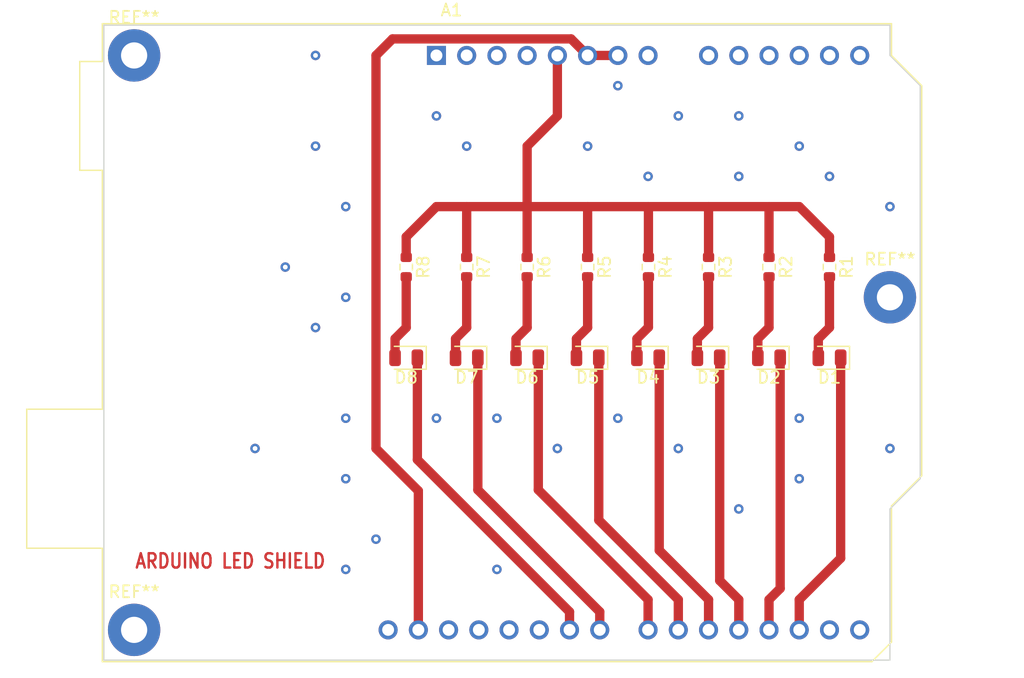
<source format=kicad_pcb>
(kicad_pcb (version 20221018) (generator pcbnew)
  (layers (0 "F.Cu" signal) (31 "B.Cu" signal) (34 "B.Paste" user) (35 "F.Paste" user) (36 "B.SilkS" user "B.Silkscreen") (37 "F.SilkS" user "F.Silkscreen") (38 "B.Mask" user) (39 "F.Mask" user) (44 "Edge.Cuts" user))
  (net 0 "")
  (net 5 "Net-(A1-+5V)")
  (net 6 "GND")
  (net 16 "Net-(A1-D2)")
  (net 17 "Net-(A1-D3)")
  (net 18 "Net-(A1-D4)")
  (net 19 "Net-(A1-D5)")
  (net 20 "Net-(A1-D6)")
  (net 21 "Net-(A1-D7)")
  (net 22 "Net-(A1-D8)")
  (net 23 "Net-(A1-D9)")
  (net 29 "Net-(D1-A)")
  (net 30 "Net-(D2-A)")
  (net 31 "Net-(D3-A)")
  (net 32 "Net-(D4-A)")
  (net 33 "Net-(D5-A)")
  (net 34 "Net-(D6-A)")
  (net 35 "Net-(D7-A)")
  (net 36 "Net-(D8-A)")
  (footprint "Resistor_SMD:R_0603_1608Metric" (layer "F.Cu") (at 152.43 78.74 -90)
    (fp_text reference "R4" (at 0 -1.43 90) (layer "F.SilkS"))
    (fp_text value "247")
    (fp_line (start -0.237258 -0.5225) (end 0.237258 -0.5225) (stroke (width 0.12)) (layer "F.SilkS"))
    (fp_line (start -0.237258 0.5225) (end 0.237258 0.5225) (stroke (width 0.12)) (layer "F.SilkS"))
    (pad "1" smd roundrect (at -0.825 0 270) (size 0.8 0.95) (layers "F.Cu" "F.Paste" "F.Mask") (net 5 "Net-(A1-+5V)"))
    (pad "2" smd roundrect (at 0.825 0 270) (size 0.8 0.95) (layers "F.Cu" "F.Paste" "F.Mask") (net 32 "Net-(D4-A)"))
  )
  (footprint "LED_SMD:LED_0805_2012Metric" (layer "F.Cu") (at 157.48 86.36 180)
    (fp_text reference "D3" (at 0 -1.65) (layer "F.SilkS"))
    (fp_text value "LED")
    (fp_line (start -1.685 -0.96) (end -1.685 0.96) (stroke (width 0.12)) (layer "F.SilkS"))
    (fp_line (start -1.685 0.96) (end 1 0.96) (stroke (width 0.12)) (layer "F.SilkS"))
    (fp_line (start 1 -0.96) (end -1.685 -0.96) (stroke (width 0.12)) (layer "F.SilkS"))
    (pad "1" smd roundrect (at -0.9375 0 180) (size 0.975 1.4) (layers "F.Cu" "F.Paste" "F.Mask") (net 18 "Net-(A1-D4)"))
    (pad "2" smd roundrect (at 0.9375 0 180) (size 0.975 1.4) (layers "F.Cu" "F.Paste" "F.Mask") (net 31 "Net-(D3-A)"))
  )
  (footprint "Resistor_SMD:R_0603_1608Metric" (layer "F.Cu") (at 167.64 78.74 -90)
    (fp_text reference "R1" (at 0 -1.43 90) (layer "F.SilkS"))
    (fp_text value "247")
    (fp_line (start -0.237258 -0.5225) (end 0.237258 -0.5225) (stroke (width 0.12)) (layer "F.SilkS"))
    (fp_line (start -0.237258 0.5225) (end 0.237258 0.5225) (stroke (width 0.12)) (layer "F.SilkS"))
    (pad "1" smd roundrect (at -0.825 0 270) (size 0.8 0.95) (layers "F.Cu" "F.Paste" "F.Mask") (net 5 "Net-(A1-+5V)"))
    (pad "2" smd roundrect (at 0.825 0 270) (size 0.8 0.95) (layers "F.Cu" "F.Paste" "F.Mask") (net 29 "Net-(D1-A)"))
  )
  (footprint "LED_SMD:LED_0805_2012Metric" (layer "F.Cu") (at 132.08 86.36 180)
    (fp_text reference "D8" (at 0 -1.65) (layer "F.SilkS"))
    (fp_text value "LED")
    (fp_line (start -1.685 -0.96) (end -1.685 0.96) (stroke (width 0.12)) (layer "F.SilkS"))
    (fp_line (start -1.685 0.96) (end 1 0.96) (stroke (width 0.12)) (layer "F.SilkS"))
    (fp_line (start 1 -0.96) (end -1.685 -0.96) (stroke (width 0.12)) (layer "F.SilkS"))
    (pad "1" smd roundrect (at -0.9375 0 180) (size 0.975 1.4) (layers "F.Cu" "F.Paste" "F.Mask") (net 23 "Net-(A1-D9)"))
    (pad "2" smd roundrect (at 0.9375 0 180) (size 0.975 1.4) (layers "F.Cu" "F.Paste" "F.Mask") (net 36 "Net-(D8-A)"))
  )
  (footprint "Resistor_SMD:R_0603_1608Metric" (layer "F.Cu") (at 157.48 78.74 -90)
    (fp_text reference "R3" (at 0 -1.43 90) (layer "F.SilkS"))
    (fp_text value "247")
    (fp_line (start -0.237258 -0.5225) (end 0.237258 -0.5225) (stroke (width 0.12)) (layer "F.SilkS"))
    (fp_line (start -0.237258 0.5225) (end 0.237258 0.5225) (stroke (width 0.12)) (layer "F.SilkS"))
    (pad "1" smd roundrect (at -0.825 0 270) (size 0.8 0.95) (layers "F.Cu" "F.Paste" "F.Mask") (net 5 "Net-(A1-+5V)"))
    (pad "2" smd roundrect (at 0.825 0 270) (size 0.8 0.95) (layers "F.Cu" "F.Paste" "F.Mask") (net 31 "Net-(D3-A)"))
  )
  (footprint "Resistor_SMD:R_0603_1608Metric" (layer "F.Cu") (at 137.16 78.74 -90)
    (fp_text reference "R7" (at 0 -1.43 90) (layer "F.SilkS"))
    (fp_text value "247")
    (fp_line (start -0.237258 -0.5225) (end 0.237258 -0.5225) (stroke (width 0.12)) (layer "F.SilkS"))
    (fp_line (start -0.237258 0.5225) (end 0.237258 0.5225) (stroke (width 0.12)) (layer "F.SilkS"))
    (pad "1" smd roundrect (at -0.825 0 270) (size 0.8 0.95) (layers "F.Cu" "F.Paste" "F.Mask") (net 5 "Net-(A1-+5V)"))
    (pad "2" smd roundrect (at 0.825 0 270) (size 0.8 0.95) (layers "F.Cu" "F.Paste" "F.Mask") (net 35 "Net-(D7-A)"))
  )
  (footprint "MountingHole:MountingHole_2.2mm_M2_Pad" (layer "F.Cu") (at 172.72 81.28)
    (fp_text reference "REF**" (at 0 -3.2) (layer "F.SilkS"))
    (fp_text value "MountingHole_2.2mm_M2_Pad")
    (pad "1" thru_hole circle (at 0 0) (size 4.4 4.4) (drill 2.2) (layers "*.Cu" "*.Mask"))
  )
  (footprint "Resistor_SMD:R_0603_1608Metric" (layer "F.Cu") (at 142.24 78.74 -90)
    (fp_text reference "R6" (at 0 -1.43 90) (layer "F.SilkS"))
    (fp_text value "247")
    (fp_line (start -0.237258 -0.5225) (end 0.237258 -0.5225) (stroke (width 0.12)) (layer "F.SilkS"))
    (fp_line (start -0.237258 0.5225) (end 0.237258 0.5225) (stroke (width 0.12)) (layer "F.SilkS"))
    (pad "1" smd roundrect (at -0.825 0 270) (size 0.8 0.95) (layers "F.Cu" "F.Paste" "F.Mask") (net 5 "Net-(A1-+5V)"))
    (pad "2" smd roundrect (at 0.825 0 270) (size 0.8 0.95) (layers "F.Cu" "F.Paste" "F.Mask") (net 34 "Net-(D6-A)"))
  )
  (footprint "MountingHole:MountingHole_2.2mm_M2_Pad" (layer "F.Cu") (at 109.22 109.22)
    (fp_text reference "REF**" (at 0 -3.2) (layer "F.SilkS"))
    (fp_text value "MountingHole_2.2mm_M2_Pad")
    (pad "1" thru_hole circle (at 0 0) (size 4.4 4.4) (drill 2.2) (layers "*.Cu" "*.Mask"))
  )
  (footprint "LED_SMD:LED_0805_2012Metric" (layer "F.Cu") (at 137.16 86.36 180)
    (fp_text reference "D7" (at 0 -1.65) (layer "F.SilkS"))
    (fp_text value "LED")
    (fp_line (start -1.685 -0.96) (end -1.685 0.96) (stroke (width 0.12)) (layer "F.SilkS"))
    (fp_line (start -1.685 0.96) (end 1 0.96) (stroke (width 0.12)) (layer "F.SilkS"))
    (fp_line (start 1 -0.96) (end -1.685 -0.96) (stroke (width 0.12)) (layer "F.SilkS"))
    (pad "1" smd roundrect (at -0.9375 0 180) (size 0.975 1.4) (layers "F.Cu" "F.Paste" "F.Mask") (net 22 "Net-(A1-D8)"))
    (pad "2" smd roundrect (at 0.9375 0 180) (size 0.975 1.4) (layers "F.Cu" "F.Paste" "F.Mask") (net 35 "Net-(D7-A)"))
  )
  (footprint "Resistor_SMD:R_0603_1608Metric" (layer "F.Cu") (at 147.32 78.74 -90)
    (fp_text reference "R5" (at 0 -1.43 90) (layer "F.SilkS"))
    (fp_text value "247")
    (fp_line (start -0.237258 -0.5225) (end 0.237258 -0.5225) (stroke (width 0.12)) (layer "F.SilkS"))
    (fp_line (start -0.237258 0.5225) (end 0.237258 0.5225) (stroke (width 0.12)) (layer "F.SilkS"))
    (pad "1" smd roundrect (at -0.825 0 270) (size 0.8 0.95) (layers "F.Cu" "F.Paste" "F.Mask") (net 5 "Net-(A1-+5V)"))
    (pad "2" smd roundrect (at 0.825 0 270) (size 0.8 0.95) (layers "F.Cu" "F.Paste" "F.Mask") (net 33 "Net-(D5-A)"))
  )
  (footprint "LED_SMD:LED_0805_2012Metric" (layer "F.Cu") (at 147.32 86.36 180)
    (fp_text reference "D5" (at 0 -1.65) (layer "F.SilkS"))
    (fp_text value "LED")
    (fp_line (start -1.685 -0.96) (end -1.685 0.96) (stroke (width 0.12)) (layer "F.SilkS"))
    (fp_line (start -1.685 0.96) (end 1 0.96) (stroke (width 0.12)) (layer "F.SilkS"))
    (fp_line (start 1 -0.96) (end -1.685 -0.96) (stroke (width 0.12)) (layer "F.SilkS"))
    (pad "1" smd roundrect (at -0.9375 0 180) (size 0.975 1.4) (layers "F.Cu" "F.Paste" "F.Mask") (net 20 "Net-(A1-D6)"))
    (pad "2" smd roundrect (at 0.9375 0 180) (size 0.975 1.4) (layers "F.Cu" "F.Paste" "F.Mask") (net 33 "Net-(D5-A)"))
  )
  (footprint "Resistor_SMD:R_0603_1608Metric" (layer "F.Cu") (at 162.56 78.74 -90)
    (fp_text reference "R2" (at 0 -1.43 90) (layer "F.SilkS"))
    (fp_text value "247")
    (fp_line (start -0.237258 -0.5225) (end 0.237258 -0.5225) (stroke (width 0.12)) (layer "F.SilkS"))
    (fp_line (start -0.237258 0.5225) (end 0.237258 0.5225) (stroke (width 0.12)) (layer "F.SilkS"))
    (pad "1" smd roundrect (at -0.825 0 270) (size 0.8 0.95) (layers "F.Cu" "F.Paste" "F.Mask") (net 5 "Net-(A1-+5V)"))
    (pad "2" smd roundrect (at 0.825 0 270) (size 0.8 0.95) (layers "F.Cu" "F.Paste" "F.Mask") (net 30 "Net-(D2-A)"))
  )
  (footprint "LED_SMD:LED_0805_2012Metric" (layer "F.Cu") (at 152.4 86.36 180)
    (fp_text reference "D4" (at 0 -1.65) (layer "F.SilkS"))
    (fp_text value "LED")
    (fp_line (start -1.685 -0.96) (end -1.685 0.96) (stroke (width 0.12)) (layer "F.SilkS"))
    (fp_line (start -1.685 0.96) (end 1 0.96) (stroke (width 0.12)) (layer "F.SilkS"))
    (fp_line (start 1 -0.96) (end -1.685 -0.96) (stroke (width 0.12)) (layer "F.SilkS"))
    (pad "1" smd roundrect (at -0.9375 0 180) (size 0.975 1.4) (layers "F.Cu" "F.Paste" "F.Mask") (net 19 "Net-(A1-D5)"))
    (pad "2" smd roundrect (at 0.9375 0 180) (size 0.975 1.4) (layers "F.Cu" "F.Paste" "F.Mask") (net 32 "Net-(D4-A)"))
  )
  (footprint "LED_SMD:LED_0805_2012Metric" (layer "F.Cu") (at 162.56 86.36 180)
    (fp_text reference "D2" (at 0 -1.65) (layer "F.SilkS"))
    (fp_text value "LED")
    (fp_line (start -1.685 -0.96) (end -1.685 0.96) (stroke (width 0.12)) (layer "F.SilkS"))
    (fp_line (start -1.685 0.96) (end 1 0.96) (stroke (width 0.12)) (layer "F.SilkS"))
    (fp_line (start 1 -0.96) (end -1.685 -0.96) (stroke (width 0.12)) (layer "F.SilkS"))
    (pad "1" smd roundrect (at -0.9375 0 180) (size 0.975 1.4) (layers "F.Cu" "F.Paste" "F.Mask") (net 17 "Net-(A1-D3)"))
    (pad "2" smd roundrect (at 0.9375 0 180) (size 0.975 1.4) (layers "F.Cu" "F.Paste" "F.Mask") (net 30 "Net-(D2-A)"))
  )
  (footprint "LED_SMD:LED_0805_2012Metric" (layer "F.Cu") (at 167.64 86.36 180)
    (fp_text reference "D1" (at 0 -1.65) (layer "F.SilkS"))
    (fp_text value "LED")
    (fp_line (start -1.685 -0.96) (end -1.685 0.96) (stroke (width 0.12)) (layer "F.SilkS"))
    (fp_line (start -1.685 0.96) (end 1 0.96) (stroke (width 0.12)) (layer "F.SilkS"))
    (fp_line (start 1 -0.96) (end -1.685 -0.96) (stroke (width 0.12)) (layer "F.SilkS"))
    (pad "1" smd roundrect (at -0.9375 0 180) (size 0.975 1.4) (layers "F.Cu" "F.Paste" "F.Mask") (net 16 "Net-(A1-D2)"))
    (pad "2" smd roundrect (at 0.9375 0 180) (size 0.975 1.4) (layers "F.Cu" "F.Paste" "F.Mask") (net 29 "Net-(D1-A)"))
  )
  (footprint "LED_SMD:LED_0805_2012Metric" (layer "F.Cu") (at 142.24 86.36 180)
    (fp_text reference "D6" (at 0 -1.65) (layer "F.SilkS"))
    (fp_text value "LED")
    (fp_line (start -1.685 -0.96) (end -1.685 0.96) (stroke (width 0.12)) (layer "F.SilkS"))
    (fp_line (start -1.685 0.96) (end 1 0.96) (stroke (width 0.12)) (layer "F.SilkS"))
    (fp_line (start 1 -0.96) (end -1.685 -0.96) (stroke (width 0.12)) (layer "F.SilkS"))
    (pad "1" smd roundrect (at -0.9375 0 180) (size 0.975 1.4) (layers "F.Cu" "F.Paste" "F.Mask") (net 21 "Net-(A1-D7)"))
    (pad "2" smd roundrect (at 0.9375 0 180) (size 0.975 1.4) (layers "F.Cu" "F.Paste" "F.Mask") (net 34 "Net-(D6-A)"))
  )
  (footprint "Resistor_SMD:R_0603_1608Metric" (layer "F.Cu") (at 132.08 78.74 -90)
    (fp_text reference "R8" (at 0 -1.43 90) (layer "F.SilkS"))
    (fp_text value "247")
    (fp_line (start -0.237258 -0.5225) (end 0.237258 -0.5225) (stroke (width 0.12)) (layer "F.SilkS"))
    (fp_line (start -0.237258 0.5225) (end 0.237258 0.5225) (stroke (width 0.12)) (layer "F.SilkS"))
    (pad "1" smd roundrect (at -0.825 0 270) (size 0.8 0.95) (layers "F.Cu" "F.Paste" "F.Mask") (net 5 "Net-(A1-+5V)"))
    (pad "2" smd roundrect (at 0.825 0 270) (size 0.8 0.95) (layers "F.Cu" "F.Paste" "F.Mask") (net 36 "Net-(D8-A)"))
  )
  (footprint "Module:Arduino_UNO_R2" (layer "F.Cu") (at 134.62 60.96)
    (fp_text reference "A1" (at 1.27 -3.81 180) (layer "F.SilkS"))
    (fp_text value "Arduino_UNO_R2")
    (fp_line (start -34.42 29.72) (end -34.42 41.4) (stroke (width 0.12)) (layer "F.SilkS"))
    (fp_line (start -34.42 41.4) (end -28.07 41.4) (stroke (width 0.12)) (layer "F.SilkS"))
    (fp_line (start -29.97 0.51) (end -29.97 9.65) (stroke (width 0.12)) (layer "F.SilkS"))
    (fp_line (start -29.97 9.65) (end -28.07 9.65) (stroke (width 0.12)) (layer "F.SilkS"))
    (fp_line (start -28.07 -2.67) (end -28.07 0.51) (stroke (width 0.12)) (layer "F.SilkS"))
    (fp_line (start -28.07 0.51) (end -29.97 0.51) (stroke (width 0.12)) (layer "F.SilkS"))
    (fp_line (start -28.07 9.65) (end -28.07 29.72) (stroke (width 0.12)) (layer "F.SilkS"))
    (fp_line (start -28.07 29.72) (end -34.42 29.72) (stroke (width 0.12)) (layer "F.SilkS"))
    (fp_line (start -28.07 41.4) (end -28.07 50.93) (stroke (width 0.12)) (layer "F.SilkS"))
    (fp_line (start -28.07 50.93) (end 36.58 50.93) (stroke (width 0.12)) (layer "F.SilkS"))
    (fp_line (start 36.58 50.93) (end 38.23 49.28) (stroke (width 0.12)) (layer "F.SilkS"))
    (fp_line (start 38.23 -2.67) (end -28.07 -2.67) (stroke (width 0.12)) (layer "F.SilkS"))
    (fp_line (start 38.23 0) (end 38.23 -2.67) (stroke (width 0.12)) (layer "F.SilkS"))
    (fp_line (start 38.23 37.85) (end 40.77 35.31) (stroke (width 0.12)) (layer "F.SilkS"))
    (fp_line (start 38.23 49.28) (end 38.23 37.85) (stroke (width 0.12)) (layer "F.SilkS"))
    (fp_line (start 40.77 2.54) (end 38.23 0) (stroke (width 0.12)) (layer "F.SilkS"))
    (fp_line (start 40.77 35.31) (end 40.77 2.54) (stroke (width 0.12)) (layer "F.SilkS"))
    (pad "1" thru_hole rect (at 0 0 90) (size 1.6 1.6) (drill 1) (layers "*.Cu" "*.Mask"))
    (pad "2" thru_hole oval (at 2.54 0 90) (size 1.6 1.6) (drill 1) (layers "*.Cu" "*.Mask"))
    (pad "3" thru_hole oval (at 5.08 0 90) (size 1.6 1.6) (drill 1) (layers "*.Cu" "*.Mask"))
    (pad "4" thru_hole oval (at 7.62 0 90) (size 1.6 1.6) (drill 1) (layers "*.Cu" "*.Mask"))
    (pad "5" thru_hole oval (at 10.16 0 90) (size 1.6 1.6) (drill 1) (layers "*.Cu" "*.Mask") (net 5 "Net-(A1-+5V)"))
    (pad "6" thru_hole oval (at 12.7 0 90) (size 1.6 1.6) (drill 1) (layers "*.Cu" "*.Mask") (net 6 "GND"))
    (pad "7" thru_hole oval (at 15.24 0 90) (size 1.6 1.6) (drill 1) (layers "*.Cu" "*.Mask") (net 6 "GND"))
    (pad "8" thru_hole oval (at 17.78 0 90) (size 1.6 1.6) (drill 1) (layers "*.Cu" "*.Mask"))
    (pad "9" thru_hole oval (at 22.86 0 90) (size 1.6 1.6) (drill 1) (layers "*.Cu" "*.Mask"))
    (pad "10" thru_hole oval (at 25.4 0 90) (size 1.6 1.6) (drill 1) (layers "*.Cu" "*.Mask"))
    (pad "11" thru_hole oval (at 27.94 0 90) (size 1.6 1.6) (drill 1) (layers "*.Cu" "*.Mask"))
    (pad "12" thru_hole oval (at 30.48 0 90) (size 1.6 1.6) (drill 1) (layers "*.Cu" "*.Mask"))
    (pad "13" thru_hole oval (at 33.02 0 90) (size 1.6 1.6) (drill 1) (layers "*.Cu" "*.Mask"))
    (pad "14" thru_hole oval (at 35.56 0 90) (size 1.6 1.6) (drill 1) (layers "*.Cu" "*.Mask"))
    (pad "15" thru_hole oval (at 35.56 48.26 90) (size 1.6 1.6) (drill 1) (layers "*.Cu" "*.Mask"))
    (pad "16" thru_hole oval (at 33.02 48.26 90) (size 1.6 1.6) (drill 1) (layers "*.Cu" "*.Mask"))
    (pad "17" thru_hole oval (at 30.48 48.26 90) (size 1.6 1.6) (drill 1) (layers "*.Cu" "*.Mask") (net 16 "Net-(A1-D2)"))
    (pad "18" thru_hole oval (at 27.94 48.26 90) (size 1.6 1.6) (drill 1) (layers "*.Cu" "*.Mask") (net 17 "Net-(A1-D3)"))
    (pad "19" thru_hole oval (at 25.4 48.26 90) (size 1.6 1.6) (drill 1) (layers "*.Cu" "*.Mask") (net 18 "Net-(A1-D4)"))
    (pad "20" thru_hole oval (at 22.86 48.26 90) (size 1.6 1.6) (drill 1) (layers "*.Cu" "*.Mask") (net 19 "Net-(A1-D5)"))
    (pad "21" thru_hole oval (at 20.32 48.26 90) (size 1.6 1.6) (drill 1) (layers "*.Cu" "*.Mask") (net 20 "Net-(A1-D6)"))
    (pad "22" thru_hole oval (at 17.78 48.26 90) (size 1.6 1.6) (drill 1) (layers "*.Cu" "*.Mask") (net 21 "Net-(A1-D7)"))
    (pad "23" thru_hole oval (at 13.72 48.26 90) (size 1.6 1.6) (drill 1) (layers "*.Cu" "*.Mask") (net 22 "Net-(A1-D8)"))
    (pad "24" thru_hole oval (at 11.18 48.26 90) (size 1.6 1.6) (drill 1) (layers "*.Cu" "*.Mask") (net 23 "Net-(A1-D9)"))
    (pad "25" thru_hole oval (at 8.64 48.26 90) (size 1.6 1.6) (drill 1) (layers "*.Cu" "*.Mask"))
    (pad "26" thru_hole oval (at 6.1 48.26 90) (size 1.6 1.6) (drill 1) (layers "*.Cu" "*.Mask"))
    (pad "27" thru_hole oval (at 3.56 48.26 90) (size 1.6 1.6) (drill 1) (layers "*.Cu" "*.Mask"))
    (pad "28" thru_hole oval (at 1.02 48.26 90) (size 1.6 1.6) (drill 1) (layers "*.Cu" "*.Mask"))
    (pad "29" thru_hole oval (at -1.52 48.26 90) (size 1.6 1.6) (drill 1) (layers "*.Cu" "*.Mask") (net 6 "GND"))
    (pad "30" thru_hole oval (at -4.06 48.26 90) (size 1.6 1.6) (drill 1) (layers "*.Cu" "*.Mask"))
  )
  (footprint "MountingHole:MountingHole_2.2mm_M2_Pad" (layer "F.Cu") (at 109.22 60.96)
    (fp_text reference "REF**" (at 0 -3.2) (layer "F.SilkS"))
    (fp_text value "MountingHole_2.2mm_M2_Pad")
    (pad "1" thru_hole circle (at 0 0) (size 4.4 4.4) (drill 2.2) (layers "*.Cu" "*.Mask"))
  )
  (gr_line (start 172.72 111.76) (end 106.68 111.76) (stroke (width 0.1)) (layer "Edge.Cuts"))
  (gr_line (start 172.72 99.06) (end 172.72 111.76) (stroke (width 0.1)) (layer "Edge.Cuts"))
  (gr_line (start 106.68 111.76) (end 106.68 58.42) (stroke (width 0.1)) (layer "Edge.Cuts"))
  (gr_line (start 175.26 63.5) (end 175.26 96.52) (stroke (width 0.1)) (layer "Edge.Cuts"))
  (gr_line (start 175.26 96.52) (end 172.72 99.06) (stroke (width 0.1)) (layer "Edge.Cuts"))
  (gr_line (start 172.72 60.96) (end 175.26 63.5) (stroke (width 0.1)) (layer "Edge.Cuts"))
  (gr_line (start 172.72 58.42) (end 172.72 60.96) (stroke (width 0.1)) (layer "Edge.Cuts"))
  (gr_line (start 106.68 58.42) (end 172.72 58.42) (stroke (width 0.1)) (layer "Edge.Cuts"))
  (gr_text "ARDUINO LED SHIELD" (at 109.22 104.14) (layer "F.Cu") (effects (font (size 1.2 1) (thickness 0.2) bold) (justify left bottom)))
  (via (at 121.92 78.74) (size 0.8) (drill 0.4) (layers "F.Cu" "B.Cu") (net 0))
  (via (at 172.72 73.66) (size 0.8) (drill 0.4) (layers "F.Cu" "B.Cu") (net 0))
  (via (at 165.1 91.44) (size 0.8) (drill 0.4) (layers "F.Cu" "B.Cu") (net 0))
  (via (at 139.7 104.14) (size 0.8) (drill 0.4) (layers "F.Cu" "B.Cu") (net 0))
  (via (at 119.38 93.98) (size 0.8) (drill 0.4) (layers "F.Cu" "B.Cu") (net 0))
  (via (at 127 81.28) (size 0.8) (drill 0.4) (layers "F.Cu" "B.Cu") (net 0))
  (via (at 144.78 93.98) (size 0.8) (drill 0.4) (layers "F.Cu" "B.Cu") (net 0))
  (via (at 124.46 68.58) (size 0.8) (drill 0.4) (layers "F.Cu" "B.Cu") (net 0))
  (via (at 160.02 66.04) (size 0.8) (drill 0.4) (layers "F.Cu" "B.Cu") (net 0))
  (via (at 152.4 71.12) (size 0.8) (drill 0.4) (layers "F.Cu" "B.Cu") (net 0))
  (via (at 165.1 96.52) (size 0.8) (drill 0.4) (layers "F.Cu" "B.Cu") (net 0))
  (via (at 149.86 91.44) (size 0.8) (drill 0.4) (layers "F.Cu" "B.Cu") (net 0))
  (via (at 127 96.52) (size 0.8) (drill 0.4) (layers "F.Cu" "B.Cu") (net 0))
  (via (at 172.72 93.98) (size 0.8) (drill 0.4) (layers "F.Cu" "B.Cu") (net 0))
  (via (at 127 91.44) (size 0.8) (drill 0.4) (layers "F.Cu" "B.Cu") (net 0))
  (via (at 167.64 71.12) (size 0.8) (drill 0.4) (layers "F.Cu" "B.Cu") (net 0))
  (via (at 139.7 91.44) (size 0.8) (drill 0.4) (layers "F.Cu" "B.Cu") (net 0))
  (via (at 137.16 68.58) (size 0.8) (drill 0.4) (layers "F.Cu" "B.Cu") (net 0))
  (via (at 124.46 60.96) (size 0.8) (drill 0.4) (layers "F.Cu" "B.Cu") (net 0))
  (via (at 124.46 83.82) (size 0.8) (drill 0.4) (layers "F.Cu" "B.Cu") (net 0))
  (via (at 127 73.66) (size 0.8) (drill 0.4) (layers "F.Cu" "B.Cu") (net 0))
  (via (at 129.54 101.6) (size 0.8) (drill 0.4) (layers "F.Cu" "B.Cu") (net 0))
  (via (at 149.86 63.5) (size 0.8) (drill 0.4) (layers "F.Cu" "B.Cu") (net 0))
  (via (at 134.62 66.04) (size 0.8) (drill 0.4) (layers "F.Cu" "B.Cu") (net 0))
  (via (at 165.1 68.58) (size 0.8) (drill 0.4) (layers "F.Cu" "B.Cu") (net 0))
  (via (at 154.94 66.04) (size 0.8) (drill 0.4) (layers "F.Cu" "B.Cu") (net 0))
  (via (at 134.62 91.44) (size 0.8) (drill 0.4) (layers "F.Cu" "B.Cu") (net 0))
  (via (at 154.94 93.98) (size 0.8) (drill 0.4) (layers "F.Cu" "B.Cu") (net 0))
  (via (at 160.02 99.06) (size 0.8) (drill 0.4) (layers "F.Cu" "B.Cu") (net 0))
  (via (at 147.32 68.58) (size 0.8) (drill 0.4) (layers "F.Cu" "B.Cu") (net 0))
  (via (at 160.02 71.12) (size 0.8) (drill 0.4) (layers "F.Cu" "B.Cu") (net 0))
  (via (at 127 104.14) (size 0.8) (drill 0.4) (layers "F.Cu" "B.Cu") (net 0))
  (segment (start 147.32 77.915) (end 147.32 73.66) (width 0.78) (layer "F.Cu") (net 5))
  (segment (start 147.32 73.66) (end 152.4 73.66) (width 0.78) (layer "F.Cu") (net 5))
  (segment (start 132.08 76.2) (end 134.62 73.66) (width 0.78) (layer "F.Cu") (net 5))
  (segment (start 137.16 73.66) (end 142.24 73.66) (width 0.78) (layer "F.Cu") (net 5))
  (segment (start 167.64 76.2) (end 167.64 77.915) (width 0.78) (layer "F.Cu") (net 5))
  (segment (start 134.62 73.66) (end 137.16 73.66) (width 0.78) (layer "F.Cu") (net 5))
  (segment (start 137.16 77.915) (end 137.16 73.66) (width 0.78) (layer "F.Cu") (net 5))
  (segment (start 142.24 73.66) (end 147.32 73.66) (width 0.78) (layer "F.Cu") (net 5))
  (segment (start 152.43 73.69) (end 152.4 73.66) (width 0.78) (layer "F.Cu") (net 5))
  (segment (start 162.56 73.66) (end 165.1 73.66) (width 0.78) (layer "F.Cu") (net 5))
  (segment (start 157.48 77.915) (end 157.48 73.66) (width 0.78) (layer "F.Cu") (net 5))
  (segment (start 142.24 68.58) (end 144.78 66.04) (width 0.78) (layer "F.Cu") (net 5))
  (segment (start 142.24 77.915) (end 142.24 73.66) (width 0.78) (layer "F.Cu") (net 5))
  (segment (start 144.78 66.04) (end 144.78 60.96) (width 0.78) (layer "F.Cu") (net 5))
  (segment (start 152.43 77.915) (end 152.43 73.69) (width 0.78) (layer "F.Cu") (net 5))
  (segment (start 152.4 73.66) (end 157.48 73.66) (width 0.78) (layer "F.Cu") (net 5))
  (segment (start 157.48 73.66) (end 162.56 73.66) (width 0.78) (layer "F.Cu") (net 5))
  (segment (start 142.24 73.66) (end 142.24 68.58) (width 0.78) (layer "F.Cu") (net 5))
  (segment (start 165.1 73.66) (end 167.64 76.2) (width 0.78) (layer "F.Cu") (net 5))
  (segment (start 132.08 77.915) (end 132.08 76.2) (width 0.78) (layer "F.Cu") (net 5))
  (segment (start 162.56 77.915) (end 162.56 73.66) (width 0.78) (layer "F.Cu") (net 5))
  (segment (start 133.1 97.54) (end 129.54 93.98) (width 0.78) (layer "F.Cu") (net 6))
  (segment (start 133.1 109.22) (end 133.1 97.54) (width 0.78) (layer "F.Cu") (net 6))
  (segment (start 145.93 59.57) (end 147.32 60.96) (width 0.78) (layer "F.Cu") (net 6))
  (segment (start 130.93 59.57) (end 145.93 59.57) (width 0.78) (layer "F.Cu") (net 6))
  (segment (start 129.54 93.98) (end 129.54 60.96) (width 0.78) (layer "F.Cu") (net 6))
  (segment (start 147.32 60.96) (end 149.86 60.96) (width 0.78) (layer "F.Cu") (net 6))
  (segment (start 129.54 60.96) (end 130.93 59.57) (width 0.78) (layer "F.Cu") (net 6))
  (segment (start 165.1 106.68) (end 168.5775 103.2025) (width 0.78) (layer "F.Cu") (net 16))
  (segment (start 165.1 109.22) (end 165.1 106.68) (width 0.78) (layer "F.Cu") (net 16))
  (segment (start 168.5775 103.2025) (end 168.5775 86.36) (width 0.78) (layer "F.Cu") (net 16))
  (segment (start 162.56 109.22) (end 162.56 106.68) (width 0.78) (layer "F.Cu") (net 17))
  (segment (start 162.56 106.68) (end 163.4975 105.7425) (width 0.78) (layer "F.Cu") (net 17))
  (segment (start 163.4975 105.7425) (end 163.4975 86.36) (width 0.78) (layer "F.Cu") (net 17))
  (segment (start 160.02 106.68) (end 158.4175 105.0775) (width 0.78) (layer "F.Cu") (net 18))
  (segment (start 158.4175 105.0775) (end 158.4175 86.36) (width 0.78) (layer "F.Cu") (net 18))
  (segment (start 160.02 109.22) (end 160.02 106.68) (width 0.78) (layer "F.Cu") (net 18))
  (segment (start 153.3375 102.5375) (end 153.3375 86.36) (width 0.78) (layer "F.Cu") (net 19))
  (segment (start 157.48 109.22) (end 157.48 106.68) (width 0.78) (layer "F.Cu") (net 19))
  (segment (start 157.48 106.68) (end 153.3375 102.5375) (width 0.78) (layer "F.Cu") (net 19))
  (segment (start 154.94 109.22) (end 154.94 106.68) (width 0.78) (layer "F.Cu") (net 20))
  (segment (start 154.94 106.68) (end 148.2575 99.9975) (width 0.78) (layer "F.Cu") (net 20))
  (segment (start 148.2575 99.9975) (end 148.2575 86.36) (width 0.78) (layer "F.Cu") (net 20))
  (segment (start 143.1775 97.4575) (end 143.1775 86.36) (width 0.78) (layer "F.Cu") (net 21))
  (segment (start 152.4 109.22) (end 152.4 106.68) (width 0.78) (layer "F.Cu") (net 21))
  (segment (start 152.4 106.68) (end 143.1775 97.4575) (width 0.78) (layer "F.Cu") (net 21))
  (segment (start 148.34 107.7) (end 138.0975 97.4575) (width 0.78) (layer "F.Cu") (net 22))
  (segment (start 148.34 109.22) (end 148.34 107.7) (width 0.78) (layer "F.Cu") (net 22))
  (segment (start 138.0975 97.4575) (end 138.0975 86.36) (width 0.78) (layer "F.Cu") (net 22))
  (segment (start 133.0175 94.9175) (end 133.0175 86.36) (width 0.78) (layer "F.Cu") (net 23))
  (segment (start 145.8 107.7) (end 133.0175 94.9175) (width 0.78) (layer "F.Cu") (net 23))
  (segment (start 145.8 109.22) (end 145.8 107.7) (width 0.78) (layer "F.Cu") (net 23))
  (segment (start 167.64 83.82) (end 167.64 79.565) (width 0.78) (layer "F.Cu") (net 29))
  (segment (start 166.7025 84.7575) (end 167.64 83.82) (width 0.78) (layer "F.Cu") (net 29))
  (segment (start 166.7025 86.36) (end 166.7025 84.7575) (width 0.78) (layer "F.Cu") (net 29))
  (segment (start 161.6225 86.36) (end 161.6225 84.7575) (width 0.78) (layer "F.Cu") (net 30))
  (segment (start 162.56 83.82) (end 162.56 79.565) (width 0.78) (layer "F.Cu") (net 30))
  (segment (start 161.6225 84.7575) (end 162.56 83.82) (width 0.78) (layer "F.Cu") (net 30))
  (segment (start 157.48 83.82) (end 157.48 79.565) (width 0.78) (layer "F.Cu") (net 31))
  (segment (start 156.5425 84.7575) (end 157.48 83.82) (width 0.78) (layer "F.Cu") (net 31))
  (segment (start 156.5425 86.36) (end 156.5425 84.7575) (width 0.78) (layer "F.Cu") (net 31))
  (segment (start 151.4625 86.36) (end 151.4625 84.7575) (width 0.78) (layer "F.Cu") (net 32))
  (segment (start 152.43 83.79) (end 152.43 79.565) (width 0.78) (layer "F.Cu") (net 32))
  (segment (start 151.4625 84.7575) (end 152.43 83.79) (width 0.78) (layer "F.Cu") (net 32))
  (segment (start 147.32 83.82) (end 147.32 79.565) (width 0.78) (layer "F.Cu") (net 33))
  (segment (start 146.3825 86.36) (end 146.3825 84.7575) (width 0.78) (layer "F.Cu") (net 33))
  (segment (start 146.3825 84.7575) (end 147.32 83.82) (width 0.78) (layer "F.Cu") (net 33))
  (segment (start 141.3025 84.7575) (end 142.24 83.82) (width 0.78) (layer "F.Cu") (net 34))
  (segment (start 141.3025 86.36) (end 141.3025 84.7575) (width 0.78) (layer "F.Cu") (net 34))
  (segment (start 142.24 83.82) (end 142.24 79.565) (width 0.78) (layer "F.Cu") (net 34))
  (segment (start 137.16 83.82) (end 137.16 79.565) (width 0.78) (layer "F.Cu") (net 35))
  (segment (start 136.2225 84.7575) (end 137.16 83.82) (width 0.78) (layer "F.Cu") (net 35))
  (segment (start 136.2225 86.36) (end 136.2225 84.7575) (width 0.78) (layer "F.Cu") (net 35))
  (segment (start 131.1425 86.36) (end 131.1425 84.7575) (width 0.78) (layer "F.Cu") (net 36))
  (segment (start 132.08 83.82) (end 132.08 79.565) (width 0.78) (layer "F.Cu") (net 36))
  (segment (start 131.1425 84.7575) (end 132.08 83.82) (width 0.78) (layer "F.Cu") (net 36))
)
</source>
